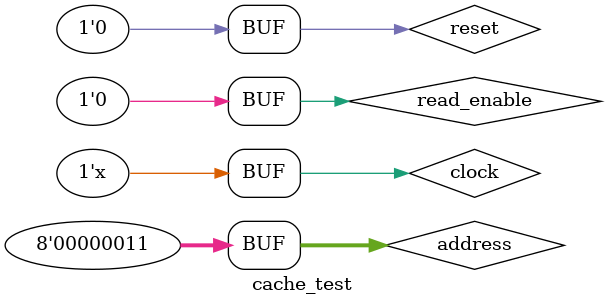
<source format=v>
`timescale 1ns / 1ps


module cache_test;

	// Inputs
	reg clock;
	reg reset;
	reg read_enable;
	reg [7:0] address;

	// Outputs
	wire rd_ready;
	wire [15:0] inst;

	// Instantiate the Unit Under Test (UUT)
	memory_hierarchy uut (
		.clock(clock), 
		.reset(reset), 
		.read_enable(read_enable), 
		.address(address), 
		.rd_ready(rd_ready), 
		.inst(inst)
	);

	initial begin
		// Initialize Inputs
		clock = 0;
		reset = 0;
		read_enable = 0;
		address = 0;

		// Wait 100 ns for global reset to finish
		#100;
        
		// Add stimulus here
		reset = 1;
		#10;
		
		reset = 0;
		address = 2;
		read_enable = 1;
		#70;
		
		read_enable = 0;
		#50;
		
		
		address = 1;
		read_enable = 1;
		#70;
		
		read_enable = 0;
		#50;
		
		address = 5;
		read_enable = 1;
		#70;
		
		read_enable = 0;
		#50;
		
		address = 3;
		read_enable = 1;
		#70;
		
		read_enable = 0;
		#10;
		
//		address = 1;
//		read_enable = 1;
//		#50;
		

	end
	
	//Clock generator
	always #5
		clock = ~clock;
      
endmodule


</source>
